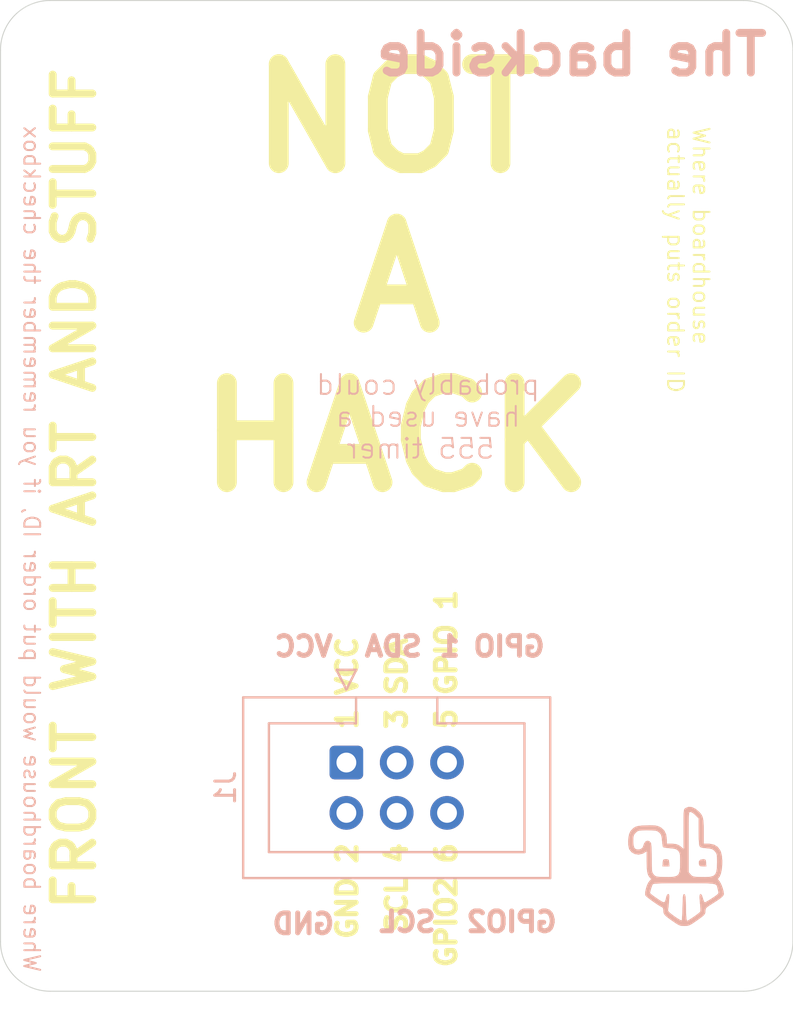
<source format=kicad_pcb>
(kicad_pcb (version 20240108) (generator "pcbnew") (generator_version "8.0")
  (layers (0 "F.Cu" signal) (31 "B.Cu" signal) (34 "B.Paste" user) (35 "F.Paste" user) (36 "B.SilkS" user "B.Silkscreen") (37 "F.SilkS" user "F.Silkscreen") (38 "B.Mask" user) (39 "F.Mask" user) (44 "Edge.Cuts" user))
  (net 0 "")
  (footprint "Connector_IDC:IDC-Header_2x03_P2.54mm_Vertical" (layer "B.Cu") (at 17.46 38.46 -90)
    (property "Reference" "J1" (at 1.27 6.1 90) (layer "B.SilkS") (effects (justify mirror)))
    (property "Value" "Conn_02x03_Counter_Clockwise")
    (fp_line (start -3.29 5.21) (end -3.29 -10.29) (stroke (width 0.12)) (layer "B.SilkS"))
    (fp_line (start 5.83 5.21) (end -3.29 5.21) (stroke (width 0.12)) (layer "B.SilkS"))
    (fp_line (start -1.98 3.91) (end -1.98 -0.49) (stroke (width 0.12)) (layer "B.SilkS"))
    (fp_line (start 4.52 3.91) (end -1.98 3.91) (stroke (width 0.12)) (layer "B.SilkS"))
    (fp_line (start -4.68 0.5) (end -3.68 0) (stroke (width 0.12)) (layer "B.SilkS"))
    (fp_line (start -3.68 0) (end -4.68 -0.5) (stroke (width 0.12)) (layer "B.SilkS"))
    (fp_line (start -1.98 -0.49) (end -3.29 -0.49) (stroke (width 0.12)) (layer "B.SilkS"))
    (fp_line (start -4.68 -0.5) (end -4.68 0.5) (stroke (width 0.12)) (layer "B.SilkS"))
    (fp_line (start -3.29 -4.59) (end -1.98 -4.59) (stroke (width 0.12)) (layer "B.SilkS"))
    (fp_line (start -1.98 -4.59) (end -1.98 -4.59) (stroke (width 0.12)) (layer "B.SilkS"))
    (fp_line (start -1.98 -4.59) (end -1.98 -8.99) (stroke (width 0.12)) (layer "B.SilkS"))
    (fp_line (start -1.98 -8.99) (end 4.52 -8.99) (stroke (width 0.12)) (layer "B.SilkS"))
    (fp_line (start 4.52 -8.99) (end 4.52 3.91) (stroke (width 0.12)) (layer "B.SilkS"))
    (fp_line (start -3.29 -10.29) (end 5.83 -10.29) (stroke (width 0.12)) (layer "B.SilkS"))
    (fp_line (start 5.83 -10.29) (end 5.83 5.21) (stroke (width 0.12)) (layer "B.SilkS"))
    (pad "1" thru_hole roundrect (at 0 0 270) (size 1.7 1.7) (drill 1) (layers "*.Cu" "*.Mask") (roundrect_rratio 0.147059))
    (pad "2" thru_hole circle (at 2.54 0 270) (size 1.7 1.7) (drill 1) (layers "*.Cu" "*.Mask"))
    (pad "3" thru_hole circle (at 0 -2.54 270) (size 1.7 1.7) (drill 1) (layers "*.Cu" "*.Mask"))
    (pad "4" thru_hole circle (at 2.54 -2.54 270) (size 1.7 1.7) (drill 1) (layers "*.Cu" "*.Mask"))
    (pad "5" thru_hole circle (at 0 -5.08 270) (size 1.7 1.7) (drill 1) (layers "*.Cu" "*.Mask"))
    (pad "6" thru_hole circle (at 2.54 -5.08 270) (size 1.7 1.7) (drill 1) (layers "*.Cu" "*.Mask"))
  )
  (footprint "davedarko:davedarko_logo_silk_outline" (layer "B.Cu") (at 34.1 43.7 180)
    (property "Reference" "Ref**" (hide yes))
    (property "Value" "Val**" (hide yes))
    (fp_poly (pts (xy 0.601261 0.354649) (xy 0.646236 0.323337) (xy 0.664104 0.242256) (xy 0.669184 0.179917) (xy 0.682201 0) (xy 0.333798 0) (xy 0.346816 0.179917) (xy 0.359246 0.292707) (xy 0.388785 0.344569) (xy 0.456612 0.359142) (xy 0.508 0.359833) (xy 0.601261 0.354649)) (stroke (width 0.01)) (fill solid) (layer "B.SilkS"))
    (fp_poly (pts (xy -1.225178 0.332348) (xy -1.156659 0.252074) (xy -1.156377 0.122284) (xy -1.15874 0.112386) (xy -1.188279 0.039258) (xy -1.246032 0.007096) (xy -1.357907 0) (xy -1.528868 0) (xy -1.515851 0.179917) (xy -1.5033 0.292747) (xy -1.473815 0.344621) (xy -1.40683 0.359168) (xy -1.359281 0.359833) (xy -1.225178 0.332348)) (stroke (width 0.01)) (fill solid) (layer "B.SilkS"))
    (fp_poly (pts (xy -0.475086 2.939766) (xy -0.445363 2.916631) (xy -0.422667 2.88707) (xy -0.406052 2.840351) (xy -0.394569 2.765739) (xy -0.387271 2.652501) (xy -0.38321 2.489903) (xy -0.381439 2.267211) (xy -0.381009 1.973692) (xy -0.381 1.874054) (xy -0.381 0.874242) (xy -0.28575 0.960997) (xy -0.145494 1.067104) (xy 0.001808 1.123629) (xy 0.190337 1.142633) (xy 0.23005 1.143) (xy 0.465667 1.143) (xy 0.465667 1.356353) (xy 0.498547 1.609061) (xy 0.595652 1.810391) (xy 0.754683 1.956317) (xy 0.831739 1.996788) (xy 0.931201 2.034914) (xy 1.035305 2.058471) (xy 1.165749 2.069737) (xy 1.344234 2.070991) (xy 1.503448 2.067306) (xy 1.746902 2.055877) (xy 1.924691 2.03342) (xy 2.055732 1.992724) (xy 2.158939 1.926575) (xy 2.253228 1.827761) (xy 2.304367 1.761943) (xy 2.361332 1.636446) (xy 2.398118 1.457813) (xy 2.413149 1.255507) (xy 2.404846 1.05899) (xy 2.371634 0.897724) (xy 2.352992 0.853419) (xy 2.234215 0.708194) (xy 2.070257 0.620883) (xy 1.882064 0.596524) (xy 1.690582 0.64016) (xy 1.61925 0.67687) (xy 1.481667 0.760756) (xy 1.481667 0.252018) (xy 1.475347 -0.035964) (xy 1.454557 -0.25275) (xy 1.416544 -0.410994) (xy 1.358558 -0.523353) (xy 1.29959 -0.585718) (xy 1.259512 -0.630769) (xy 1.274614 -0.676049) (xy 1.333557 -0.733885) (xy 1.402547 -0.82818) (xy 1.46647 -0.969736) (xy 1.518061 -1.132461) (xy 1.550055 -1.290265) (xy 1.555188 -1.417058) (xy 1.539303 -1.47277) (xy 1.485455 -1.526718) (xy 1.378891 -1.612487) (xy 1.238537 -1.716776) (xy 1.083319 -1.826284) (xy 0.932161 -1.927709) (xy 0.80399 -2.007751) (xy 0.717731 -2.053109) (xy 0.709083 -2.056259) (xy 0.654904 -2.104812) (xy 0.635364 -2.214256) (xy 0.635 -2.23914) (xy 0.629878 -2.321185) (xy 0.607386 -2.391534) (xy 0.556833 -2.461829) (xy 0.467528 -2.543715) (xy 0.328781 -2.648834) (xy 0.130944 -2.788106) (xy -0.026076 -2.893794) (xy -0.140584 -2.958454) (xy -0.2377 -2.991994) (xy -0.342543 -3.004325) (xy -0.420514 -3.005667) (xy -0.538351 -3.001763) (xy -0.634427 -2.983701) (xy -0.732197 -2.941956) (xy -0.855121 -2.867001) (xy -0.991631 -2.773732) (xy -1.185839 -2.637081) (xy -1.320675 -2.536109) (xy -1.406996 -2.459206) (xy -1.455661 -2.394761) (xy -1.477526 -2.331165) (xy -1.483451 -2.256809) (xy -1.483593 -2.247689) (xy -1.488945 -2.173968) (xy -1.51198 -2.115441) (xy -1.566433 -2.057582) (xy -1.666041 -1.985864) (xy -1.824539 -1.885761) (xy -1.827654 -1.883833) (xy -2.060021 -1.736221) (xy -2.226072 -1.620616) (xy -2.334469 -1.5297) (xy -2.393874 -1.456151) (xy -2.412949 -1.39265) (xy -2.413 -1.389169) (xy -2.405966 -1.335566) (xy -2.144521 -1.335566) (xy -2.117813 -1.387107) (xy -2.049135 -1.450543) (xy -1.926429 -1.538244) (xy -1.831941 -1.601046) (xy -1.681921 -1.696492) (xy -1.556096 -1.770927) (xy -1.4726 -1.813895) (xy -1.451685 -1.820333) (xy -1.41651 -1.782866) (xy -1.376731 -1.686913) (xy -1.354667 -1.608667) (xy -1.311542 -1.475189) (xy -1.264092 -1.404383) (xy -1.244611 -1.397) (xy -1.210653 -1.414362) (xy -1.192425 -1.473715) (xy -1.189477 -1.585957) (xy -1.201361 -1.761989) (xy -1.221498 -1.958334) (xy -1.234037 -2.10886) (xy -1.236163 -2.226849) (xy -1.227605 -2.2861) (xy -1.178122 -2.334936) (xy -1.079667 -2.412924) (xy -0.952385 -2.506022) (xy -0.816421 -2.600189) (xy -0.691919 -2.681384) (xy -0.599027 -2.735565) (xy -0.561992 -2.750036) (xy -0.540569 -2.726224) (xy -0.524146 -2.647911) (xy -0.511956 -2.507063) (xy -0.503232 -2.295647) (xy -0.498492 -2.085453) (xy -0.49307 -1.831217) (xy -0.48614 -1.649514) (xy -0.476238 -1.528207) (xy -0.461903 -1.455162) (xy -0.441672 -1.418245) (xy -0.416594 -1.405756) (xy -0.389608 -1.408584) (xy -0.369856 -1.436875) (xy -0.355782 -1.50241) (xy -0.345832 -1.616973) (xy -0.33845 -1.792347) (xy -0.332083 -2.040316) (xy -0.331928 -2.047352) (xy -0.325152 -2.274872) (xy -0.315944 -2.471932) (xy -0.30528 -2.623256) (xy -0.294137 -2.713567) (xy -0.288179 -2.731676) (xy -0.243534 -2.721293) (xy -0.146824 -2.669815) (xy -0.014115 -2.586409) (xy 0.083813 -2.519435) (xy 0.257136 -2.391098) (xy 0.362403 -2.297245) (xy 0.405887 -2.231816) (xy 0.406428 -2.207891) (xy 0.394147 -2.13537) (xy 0.378745 -2.002596) (xy 0.362912 -1.833783) (xy 0.357513 -1.767417) (xy 0.345433 -1.58765) (xy 0.344371 -1.476514) (xy 0.355845 -1.418503) (xy 0.381374 -1.398116) (xy 0.393796 -1.397) (xy 0.449939 -1.435782) (xy 0.488863 -1.534583) (xy 0.522895 -1.686404) (xy 0.555523 -1.778881) (xy 0.601591 -1.814887) (xy 0.675947 -1.797301) (xy 0.793434 -1.728997) (xy 0.951748 -1.624256) (xy 1.102351 -1.520201) (xy 1.222093 -1.430181) (xy 1.29596 -1.36592) (xy 1.312333 -1.34264) (xy 1.298528 -1.258552) (xy 1.264773 -1.13525) (xy 1.222557 -1.0092) (xy 1.18337 -0.916868) (xy 1.172738 -0.899583) (xy 1.141991 -0.884948) (xy 1.069748 -0.87305) (xy 0.949448 -0.863669) (xy 0.774531 -0.856583) (xy 0.538439 -0.851571) (xy 0.234611 -0.848414) (xy -0.143512 -0.846889) (xy -0.399259 -0.846667) (xy -0.814844 -0.846822) (xy -1.153849 -0.847995) (xy -1.42436 -0.851249) (xy -1.634463 -0.857647) (xy -1.792245 -0.868252) (xy -1.905792 -0.884125) (xy -1.98319 -0.906329) (xy -2.032526 -0.935927) (xy -2.061886 -0.973982) (xy -2.079356 -1.021556) (xy -2.090594 -1.068917) (xy -2.120049 -1.196027) (xy -2.141312 -1.283546) (xy -2.144521 -1.335566) (xy -2.405966 -1.335566) (xy -2.394963 -1.251718) (xy -2.348485 -1.08382) (xy -2.285019 -0.917354) (xy -2.216018 -0.784198) (xy -2.177876 -0.734694) (xy -2.118782 -0.656718) (xy -2.122806 -0.610069) (xy -2.123808 -0.60942) (xy -2.201355 -0.518219) (xy -2.262455 -0.362718) (xy -2.305635 -0.161946) (xy -2.329422 0.065066) (xy -2.331277 0.213755) (xy -2.074333 0.213755) (xy -2.068176 -0.058577) (xy -2.042294 -0.257951) (xy -1.985573 -0.395159) (xy -1.886897 -0.480993) (xy -1.735152 -0.526243) (xy -1.519223 -0.541702) (xy -1.297999 -0.539995) (xy -1.094849 -0.534202) (xy -0.958032 -0.525441) (xy -0.869224 -0.509479) (xy -0.810101 -0.482083) (xy -0.762339 -0.439017) (xy -0.737082 -0.410389) (xy -0.635 -0.291612) (xy -0.635 0.197559) (xy -0.211667 0.197559) (xy -0.206612 -0.06789) (xy -0.18395 -0.262121) (xy -0.132434 -0.395802) (xy -0.040818 -0.479603) (xy 0.102146 -0.524193) (xy 0.307704 -0.540242) (xy 0.564668 -0.538908) (xy 0.767767 -0.533612) (xy 0.904525 -0.525216) (xy 0.99326 -0.509524) (xy 1.052289 -0.482338) (xy 1.099932 -0.439461) (xy 1.125585 -0.410389) (xy 1.163319 -0.363082) (xy 1.190387 -0.313309) (xy 1.208559 -0.246899) (xy 1.219604 -0.149682) (xy 1.225289 -0.007489) (xy 1.227385 0.193851) (xy 1.227667 0.407311) (xy 1.23008 0.647067) (xy 1.236751 0.861021) (xy 1.246827 1.033105) (xy 1.259457 1.147253) (xy 1.268824 1.183136) (xy 1.352004 1.274289) (xy 1.450582 1.294174) (xy 1.544748 1.248519) (xy 1.614689 1.143055) (xy 1.632938 1.077839) (xy 1.689821 0.938) (xy 1.799227 0.863118) (xy 1.92036 0.846667) (xy 2.032978 0.866917) (xy 2.106152 0.935105) (xy 2.146078 1.062384) (xy 2.158952 1.25991) (xy 2.159 1.27628) (xy 2.155761 1.437695) (xy 2.140649 1.542021) (xy 2.105569 1.616753) (xy 2.042426 1.689383) (xy 2.035256 1.69659) (xy 1.977954 1.750721) (xy 1.923077 1.786195) (xy 1.851856 1.806953) (xy 1.745522 1.816936) (xy 1.585302 1.820085) (xy 1.445838 1.820333) (xy 1.238453 1.818985) (xy 1.096621 1.812685) (xy 1.001243 1.798054) (xy 0.933218 1.771712) (xy 0.873447 1.730278) (xy 0.85613 1.715967) (xy 0.788764 1.649636) (xy 0.747092 1.573838) (xy 0.721479 1.462782) (xy 0.703925 1.308479) (xy 0.687584 1.155263) (xy 0.671017 1.03651) (xy 0.657614 0.976236) (xy 0.656791 0.974677) (xy 0.608474 0.956957) (xy 0.497492 0.937612) (xy 0.345686 0.920257) (xy 0.308331 0.917012) (xy 0.133097 0.898997) (xy 0.019143 0.874973) (xy -0.056905 0.837471) (xy -0.116417 0.78132) (xy -0.158331 0.726225) (xy -0.185822 0.663139) (xy -0.201877 0.573756) (xy -0.209484 0.439768) (xy -0.21163 0.242867) (xy -0.211667 0.197559) (xy -0.635 0.197559) (xy -0.635 1.230027) (xy -0.63508 1.628653) (xy -0.635641 1.950765) (xy -0.637162 2.204518) (xy -0.640125 2.398064) (xy -0.645009 2.539556) (xy -0.652295 2.637149) (xy -0.662464 2.698995) (xy -0.675995 2.733249) (xy -0.693369 2.748062) (xy -0.715066 2.75159) (xy -0.724647 2.751667) (xy -0.803767 2.722989) (xy -0.909835 2.649438) (xy -0.978647 2.587314) (xy -1.143 2.422961) (xy -1.143 1.785736) (xy -1.145519 1.553938) (xy -1.152448 1.34547) (xy -1.162848 1.178227) (xy -1.175778 1.070104) (xy -1.18184 1.046356) (xy -1.210781 0.992473) (xy -1.260699 0.958527) (xy -1.351889 0.937087) (xy -1.504644 0.920725) (xy -1.53109 0.9185) (xy -1.698488 0.901042) (xy -1.80741 0.876327) (xy -1.884014 0.834841) (xy -1.95446 0.767066) (xy -1.957917 0.763232) (xy -2.011388 0.698625) (xy -2.045366 0.634946) (xy -2.06425 0.55144) (xy -2.072436 0.427352) (xy -2.074322 0.241926) (xy -2.074333 0.213755) (xy -2.331277 0.213755) (xy -2.332345 0.299287) (xy -2.312929 0.521687) (xy -2.269704 0.713236) (xy -2.233083 0.802815) (xy -2.102551 0.981326) (xy -1.92551 1.09279) (xy -1.69589 1.140573) (xy -1.619911 1.143) (xy -1.397 1.143) (xy -1.397 1.754078) (xy -1.39451 2.033696) (xy -1.384655 2.244499) (xy -1.363856 2.402255) (xy -1.328534 2.52273) (xy -1.275111 2.621692) (xy -1.200007 2.714908) (xy -1.172154 2.744695) (xy -0.982941 2.905032) (xy -0.796668 2.991133) (xy -0.621151 3.000809) (xy -0.475086 2.939766)) (stroke (width 0.01)) (fill solid) (layer "B.SilkS"))
  )
  (gr_line (start 0 47.5) (end 0 2.5) (stroke (width 0.05)) (layer "Edge.Cuts"))
  (gr_arc (start 2.5 50) (mid 0.732233 49.267767) (end 0 47.5) (stroke (width 0.05)) (layer "Edge.Cuts"))
  (gr_arc (start 0 2.5) (mid 0.732233 0.732233) (end 2.5 0) (stroke (width 0.05)) (layer "Edge.Cuts"))
  (gr_line (start 2.5 0) (end 37.5 0) (stroke (width 0.05)) (layer "Edge.Cuts"))
  (gr_arc (start 40 47.5) (mid 39.267767 49.267767) (end 37.5 50) (stroke (width 0.05)) (layer "Edge.Cuts"))
  (gr_arc (start 37.5 0) (mid 39.267767 0.732233) (end 40 2.5) (stroke (width 0.05)) (layer "Edge.Cuts"))
  (gr_line (start 37.5 50) (end 2.5 50) (stroke (width 0.05)) (layer "Edge.Cuts"))
  (gr_line (start 40 2.5) (end 40 47.5) (stroke (width 0.05)) (layer "Edge.Cuts"))
  (gr_text "probably could \nhave used a \n555 timer" (at 21.2 23.2 0) (layer "B.SilkS") (effects (font (size 1 1) (thickness 0.1)) (justify bottom mirror)))
  (gr_text "GPIO 1" (at 27.6 32.6 0) (layer "B.SilkS") (effects (font (size 1 1) (thickness 0.25) (bold yes)) (justify left mirror)))
  (gr_text "GND" (at 13.6 46.6 0) (layer "B.SilkS") (effects (font (size 1 1) (thickness 0.25) (bold yes)) (justify right mirror)))
  (gr_text "The backside" (at 38.9 3.9 0) (layer "B.SilkS") (effects (font (size 2 2) (thickness 0.4) (bold yes)) (justify left bottom mirror)))
  (gr_text "Where boardhouse would put order ID, if you remember the checkbox" (at 1.1 49.1 270) (layer "B.SilkS") (effects (font (size 0.8 0.8) (thickness 0.1)) (justify left bottom mirror)))
  (gr_text "SCL" (at 19 46.5 0) (layer "B.SilkS") (effects (font (size 1 1) (thickness 0.25) (bold yes)) (justify right mirror)))
  (gr_text "GPIO2" (at 23.4 46.5 0) (layer "B.SilkS") (effects (font (size 1 1) (thickness 0.25) (bold yes)) (justify right mirror)))
  (gr_text "VCC" (at 16.9 32.6 0) (layer "B.SilkS") (effects (font (size 1 1) (thickness 0.25) (bold yes)) (justify left mirror)))
  (gr_text "SDA" (at 21.4 32.6 0) (layer "B.SilkS") (effects (font (size 1 1) (thickness 0.25) (bold yes)) (justify left mirror)))
  (gr_text "GPIO2 6" (at 22.5 42.4 90) (layer "F.SilkS") (effects (font (size 1 1) (thickness 0.25) (bold yes)) (justify right)))
  (gr_text "NOT\nA\nHACK" (at 20 14 0) (layer "F.SilkS") (effects (font (size 5 5) (thickness 1) (bold yes))))
  (gr_text "1 VCC" (at 17.5 36.9 90) (layer "F.SilkS") (effects (font (size 1 1) (thickness 0.25) (bold yes)) (justify left)))
  (gr_text "5 GPIO 1" (at 22.5 36.9 90) (layer "F.SilkS") (effects (font (size 1 1) (thickness 0.25) (bold yes)) (justify left)))
  (gr_text "3 SDA" (at 20 36.9 90) (layer "F.SilkS") (effects (font (size 1 1) (thickness 0.25) (bold yes)) (justify left)))
  (gr_text "SCL 4" (at 20 42.4 90) (layer "F.SilkS") (effects (font (size 1 1) (thickness 0.25) (bold yes)) (justify right)))
  (gr_text "FRONT WITH ART AND STUFF" (at 4.9 46.1 90) (layer "F.SilkS") (effects (font (size 2 2) (thickness 0.4) (bold yes)) (justify left bottom)))
  (gr_text "GND 2" (at 17.5 42.4 90) (layer "F.SilkS") (effects (font (size 1 1) (thickness 0.25) (bold yes)) (justify right)))
  (gr_text "Where boardhouse \nactually puts order ID" (at 33.6 6.3 -90) (layer "F.SilkS") (effects (font (size 0.8 0.8) (thickness 0.1)) (justify left bottom)))
)
</source>
